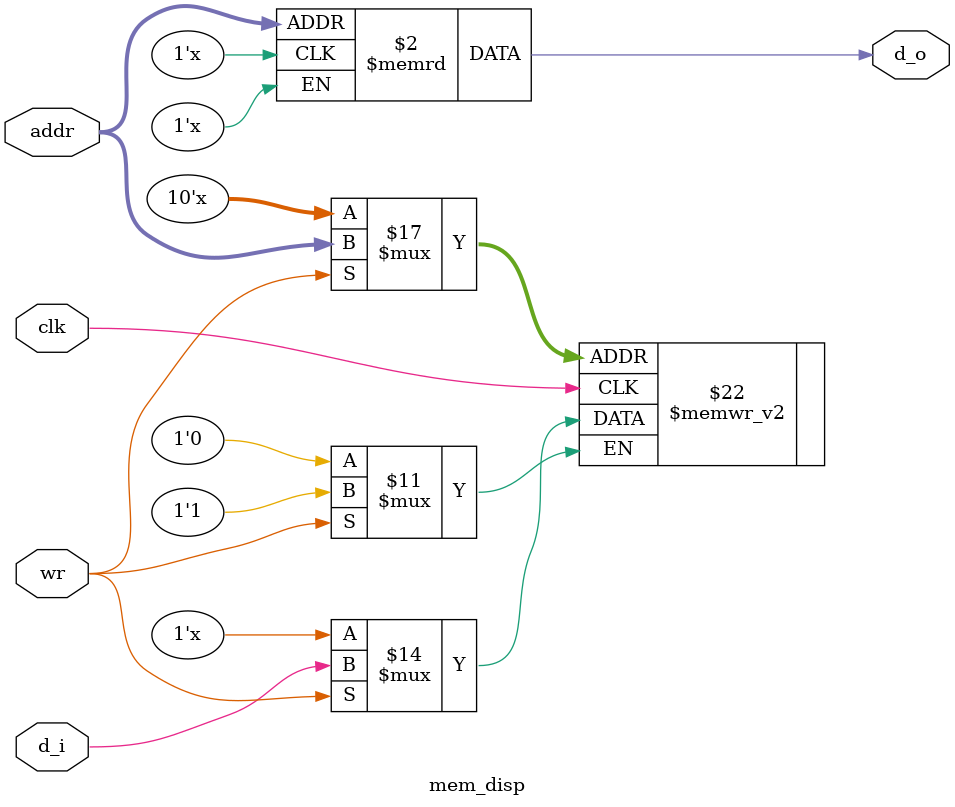
<source format=v>
module mem_disp
(
   clk,
   wr,
   addr,
   d_i,
   d_o
);

   input          clk;
   input          wr;
   input [9:0]    addr;
   input          d_i;
   output         d_o;
   
   reg            mem   [1023:0];

   assign d_o  =  mem[addr];

   always @ (posedge clk)
   begin
      if(wr)
         mem[addr]   <= d_i;
          
   end
endmodule

</source>
